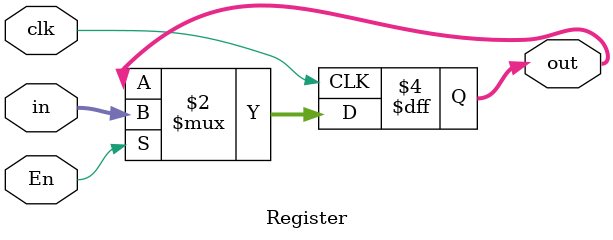
<source format=v>
module Register(

  input clk, En,
  input [7:0] in,
  output reg [7:0] out
);
  always @(posedge clk) begin
    if (En)
      out <= in;
  end
endmodule
</source>
